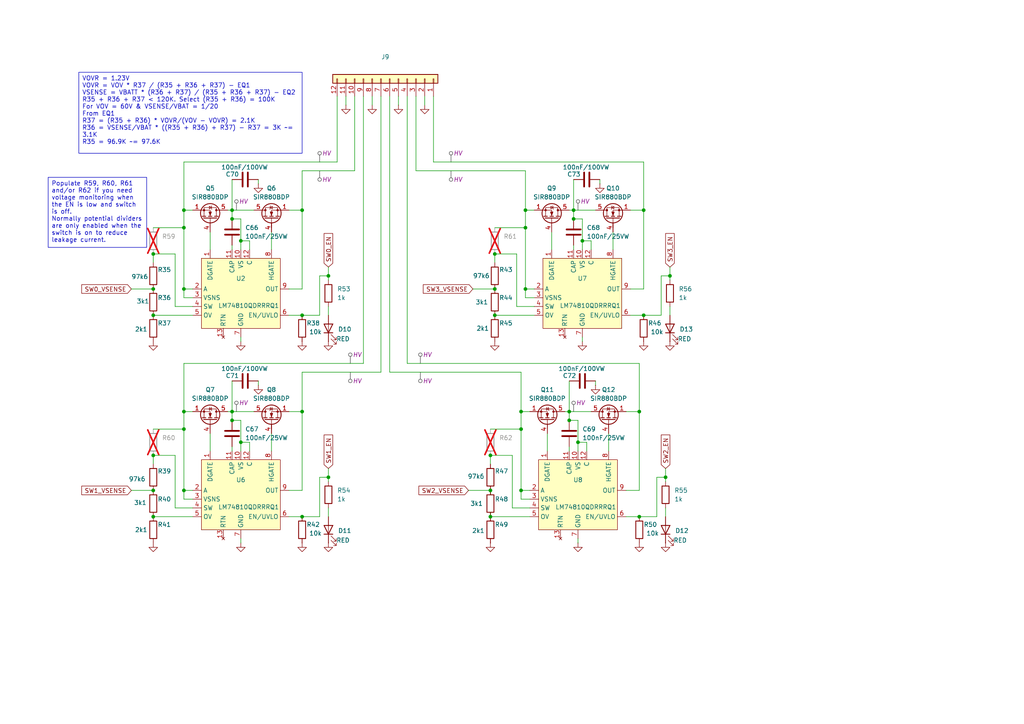
<source format=kicad_sch>
(kicad_sch (version 20231120) (generator "eeschema") (generator_version "8.0")
  (paper "A4")
  (title_block (date "2025-11-07") (rev "1.0") (company "Open Source Solutions Pty Ltd"))
  (lib_symbols
    (symbol "BidirectionalSupply:LM74810QDRRRQ1"
      (property "Reference" "U" (at -2.54 1.27 0))
      (property "Value" "LM74810QDRRRQ1" (at 8.89 -11.43 0))
      (symbol "LM74810QDRRRQ1_0_1"
        (rectangle (start -11.43 10.16) (end 11.43 -10.16) (fill (type background)))
      )
      (symbol "LM74810QDRRRQ1_1_1"
        (pin passive line (at -8.89 12.7 270) (length 2.54) (name "DGATE") (number "1"))
        (pin passive line (at 0 12.7 270) (length 2.54) (name "VS") (number "10"))
        (pin passive line (at -2.54 12.7 270) (length 2.54) (name "CAP") (number "11"))
        (pin passive line (at 2.54 12.7 270) (length 2.54) (name "C") (number "12"))
        (pin no_connect line (at -5.08 -12.7 90) (length 2.54) (name "RTN") (number "13"))
        (pin passive line (at -13.97 1.27 0) (length 2.54) (name "A") (number "2"))
        (pin passive line (at -13.97 -1.27 0) (length 2.54) (name "VSNS") (number "3"))
        (pin passive line (at -13.97 -3.81 0) (length 2.54) (name "SW") (number "4"))
        (pin passive line (at -13.97 -6.35 0) (length 2.54) (name "OV") (number "5"))
        (pin input line (at 13.97 -6.35 180) (length 2.54) (name "EN/UVLO") (number "6"))
        (pin power_in line (at 0 -12.7 90) (length 2.54) (name "GND") (number "7"))
        (pin passive line (at 8.89 12.7 270) (length 2.54) (name "HGATE") (number "8"))
        (pin passive line (at 13.97 1.27 180) (length 2.54) (name "OUT") (number "9"))
      )
    )
    (symbol "BidirectionalSupply:SIR880BDP"
      (property "Reference" "Q" (at 1.27 3.81 0))
      (property "Value" "SIR880BDP" (at 6.35 -3.81 0))
      (symbol "SIR880BDP_0_1"
        (circle (center -0.889 0) (radius 2.794) (stroke (width 0.254)))
        (circle (center 0 -1.778) (radius 0.254) (fill (type outline)))
        (polyline (pts (xy -2.286 0) (xy -5.08 0)))
        (polyline (pts (xy -2.286 1.905) (xy -2.286 -1.905)) (stroke (width 0.254)))
        (polyline (pts (xy -1.778 -1.27) (xy -1.778 -2.286)) (stroke (width 0.254)))
        (polyline (pts (xy -1.778 0.508) (xy -1.778 -0.508)) (stroke (width 0.254)))
        (polyline (pts (xy -1.778 2.286) (xy -1.778 1.27)) (stroke (width 0.254)))
        (polyline (pts (xy 0 2.54) (xy 0 1.778)))
        (polyline (pts (xy 0 -2.54) (xy 0 0) (xy -1.778 0)))
        (polyline (pts (xy -1.778 -1.778) (xy 0.762 -1.778) (xy 0.762 1.778) (xy -1.778 1.778)))
        (polyline (pts (xy -1.524 0) (xy -0.508 0.381) (xy -0.508 -0.381) (xy -1.524 0)) (fill (type outline)))
        (polyline (pts (xy 0.254 0.508) (xy 0.381 0.381) (xy 1.143 0.381) (xy 1.27 0.254)))
        (polyline (pts (xy 0.762 0.381) (xy 0.381 -0.254) (xy 1.143 -0.254) (xy 0.762 0.381)))
        (circle (center 0 1.778) (radius 0.254) (fill (type outline)))
      )
      (symbol "SIR880BDP_1_1"
        (pin passive line (at 0 -5.08 90) (length 2.54) (name "S") (number "1"))
        (pin passive line (at 0 -5.08 90) (length 2.54) hide (name "S") (number "2"))
        (pin passive line (at 0 -5.08 90) (length 2.54) hide (name "S") (number "3"))
        (pin passive line (at -6.35 0 0) (length 2.54) (name "G") (number "4"))
        (pin passive line (at 0 5.08 270) (length 2.54) (name "D") (number "5"))
        (pin passive line (at 0 5.08 270) (length 2.54) hide (name "D") (number "6"))
        (pin passive line (at 0 5.08 270) (length 2.54) hide (name "D") (number "7"))
        (pin passive line (at 0 5.08 270) (length 2.54) hide (name "D") (number "8"))
        (pin passive line (at 0 5.08 270) (length 2.54) hide (name "EP") (number "9"))
      )
    )
    (symbol "Connector_Generic:Conn_01x12" (pin_names (offset 1.016) hide)
      (property "Reference" "J" (at 0 15.24 0))
      (property "Value" "Conn_01x12" (at 0 -17.78 0))
      (symbol "Conn_01x12_1_1"
        (rectangle (start -1.27 -15.113) (end 0 -15.367) (stroke (width 0.1524)))
        (rectangle (start -1.27 -12.573) (end 0 -12.827) (stroke (width 0.1524)))
        (rectangle (start -1.27 -10.033) (end 0 -10.287) (stroke (width 0.1524)))
        (rectangle (start -1.27 -7.493) (end 0 -7.747) (stroke (width 0.1524)))
        (rectangle (start -1.27 -4.953) (end 0 -5.207) (stroke (width 0.1524)))
        (rectangle (start -1.27 -2.413) (end 0 -2.667) (stroke (width 0.1524)))
        (rectangle (start -1.27 0.127) (end 0 -0.127) (stroke (width 0.1524)))
        (rectangle (start -1.27 2.667) (end 0 2.413) (stroke (width 0.1524)))
        (rectangle (start -1.27 5.207) (end 0 4.953) (stroke (width 0.1524)))
        (rectangle (start -1.27 7.747) (end 0 7.493) (stroke (width 0.1524)))
        (rectangle (start -1.27 10.287) (end 0 10.033) (stroke (width 0.1524)))
        (rectangle (start -1.27 12.827) (end 0 12.573) (stroke (width 0.1524)))
        (rectangle (start -1.27 13.97) (end 1.27 -16.51) (stroke (width 0.254)) (fill (type background)))
        (pin passive line (at -5.08 12.7 0) (length 3.81) (name "Pin_1") (number "1"))
        (pin passive line (at -5.08 -10.16 0) (length 3.81) (name "Pin_10") (number "10"))
        (pin passive line (at -5.08 -12.7 0) (length 3.81) (name "Pin_11") (number "11"))
        (pin passive line (at -5.08 -15.24 0) (length 3.81) (name "Pin_12") (number "12"))
        (pin passive line (at -5.08 10.16 0) (length 3.81) (name "Pin_2") (number "2"))
        (pin passive line (at -5.08 7.62 0) (length 3.81) (name "Pin_3") (number "3"))
        (pin passive line (at -5.08 5.08 0) (length 3.81) (name "Pin_4") (number "4"))
        (pin passive line (at -5.08 2.54 0) (length 3.81) (name "Pin_5") (number "5"))
        (pin passive line (at -5.08 0 0) (length 3.81) (name "Pin_6") (number "6"))
        (pin passive line (at -5.08 -2.54 0) (length 3.81) (name "Pin_7") (number "7"))
        (pin passive line (at -5.08 -5.08 0) (length 3.81) (name "Pin_8") (number "8"))
        (pin passive line (at -5.08 -7.62 0) (length 3.81) (name "Pin_9") (number "9"))
      )
    )
    (symbol "Device:C" (pin_numbers hide) (pin_names (offset 0.254))
      (property "Reference" "C" (at 0.635 2.54 0))
      (property "Value" "C" (at 0.635 -2.54 0))
      (symbol "C_0_1"
        (polyline (pts (xy -2.032 -0.762) (xy 2.032 -0.762)) (stroke (width 0.508)))
        (polyline (pts (xy -2.032 0.762) (xy 2.032 0.762)) (stroke (width 0.508)))
      )
      (symbol "C_1_1"
        (pin passive line (at 0 3.81 270) (length 2.794) (name "~") (number "1"))
        (pin passive line (at 0 -3.81 90) (length 2.794) (name "~") (number "2"))
      )
    )
    (symbol "Device:LED" (pin_numbers hide) (pin_names (offset 1.016) hide)
      (property "Reference" "D" (at 0 2.54 0))
      (property "Value" "LED" (at 0 -2.54 0))
      (symbol "LED_0_1"
        (polyline (pts (xy -1.27 -1.27) (xy -1.27 1.27)) (stroke (width 0.254)))
        (polyline (pts (xy -1.27 0) (xy 1.27 0)))
        (polyline (pts (xy 1.27 -1.27) (xy 1.27 1.27) (xy -1.27 0) (xy 1.27 -1.27)) (stroke (width 0.254)))
        (polyline (pts (xy -3.048 -0.762) (xy -4.572 -2.286) (xy -3.81 -2.286) (xy -4.572 -2.286) (xy -4.572 -1.524)))
        (polyline (pts (xy -1.778 -0.762) (xy -3.302 -2.286) (xy -2.54 -2.286) (xy -3.302 -2.286) (xy -3.302 -1.524)))
      )
      (symbol "LED_1_1"
        (pin passive line (at -3.81 0 0) (length 2.54) (name "K") (number "1"))
        (pin passive line (at 3.81 0 180) (length 2.54) (name "A") (number "2"))
      )
    )
    (symbol "Device:R" (pin_numbers hide) (pin_names (offset 0))
      (property "Reference" "R" (at 2.032 0 90))
      (property "Value" "R" (at 0 0 90))
      (symbol "R_0_1"
        (rectangle (start -1.016 -2.54) (end 1.016 2.54) (stroke (width 0.254)))
      )
      (symbol "R_1_1"
        (pin passive line (at 0 3.81 270) (length 1.27) (name "~") (number "1"))
        (pin passive line (at 0 -3.81 90) (length 1.27) (name "~") (number "2"))
      )
    )
    (symbol "power:GND" (power) (pin_numbers hide) (pin_names (offset 0) hide)
      (property "Value" "GND" (at 0 -3.81 0))
      (symbol "GND_0_1"
        (polyline (pts (xy 0 0) (xy 0 -1.27) (xy 1.27 -1.27) (xy 0 -2.54) (xy -1.27 -1.27) (xy 0 -1.27)))
      )
      (symbol "GND_1_1"
        (pin power_in line (at 0 0 270) (length 0) (name "~") (number "1"))
      )
    )
  )
  (junction (at 67.31 63.5))
  (junction (at 53.34 119.38))
  (junction (at 44.45 149.86))
  (junction (at 44.45 73.66))
  (junction (at 44.45 142.24))
  (junction (at 67.31 60.96))
  (junction (at 185.42 149.86))
  (junction (at 67.31 119.38))
  (junction (at 53.34 124.46))
  (junction (at 142.24 149.86))
  (junction (at 95.25 80.01))
  (junction (at 167.64 128.27))
  (junction (at 69.85 128.27))
  (junction (at 151.13 142.24))
  (junction (at 95.25 138.43))
  (junction (at 186.69 60.96))
  (junction (at 194.31 80.01))
  (junction (at 87.63 119.38))
  (junction (at 87.63 91.44))
  (junction (at 143.51 83.82))
  (junction (at 152.4 60.96))
  (junction (at 151.13 124.46))
  (junction (at 67.31 121.92))
  (junction (at 165.1 119.38))
  (junction (at 44.45 91.44))
  (junction (at 53.34 60.96))
  (junction (at 53.34 142.24))
  (junction (at 165.1 121.92))
  (junction (at 152.4 83.82))
  (junction (at 186.69 91.44))
  (junction (at 185.42 119.38))
  (junction (at 143.51 91.44))
  (junction (at 152.4 66.04))
  (junction (at 193.04 138.43))
  (junction (at 87.63 149.86))
  (junction (at 87.63 60.96))
  (junction (at 44.45 83.82))
  (junction (at 44.45 132.08))
  (junction (at 53.34 66.04))
  (junction (at 151.13 119.38))
  (junction (at 168.91 69.85))
  (junction (at 142.24 132.08))
  (junction (at 143.51 73.66))
  (junction (at 53.34 83.82))
  (junction (at 69.85 69.85))
  (junction (at 142.24 142.24))
  (junction (at 166.37 63.5))
  (junction (at 166.37 60.96))
  (wire (pts (xy 44.45 73.66) (xy 44.45 76.2)))
  (wire (pts (xy 171.45 69.85) (xy 168.91 69.85)))
  (wire (pts (xy 194.31 88.9) (xy 194.31 91.44)))
  (wire (pts (xy 166.37 60.96) (xy 166.37 63.5)))
  (wire (pts (xy 107.95 27.94) (xy 107.95 30.48)))
  (wire (pts (xy 92.71 149.86) (xy 92.71 138.43)))
  (wire (pts (xy 113.03 27.94) (xy 113.03 107.95)))
  (wire (pts (xy 60.96 125.73) (xy 60.96 130.81)))
  (wire (pts (xy 151.13 119.38) (xy 151.13 124.46)))
  (wire (pts (xy 173.99 52.07) (xy 173.99 53.34)))
  (wire (pts (xy 55.88 86.36) (xy 53.34 86.36)))
  (wire (pts (xy 53.34 83.82) (xy 53.34 86.36)))
  (wire (pts (xy 151.13 107.95) (xy 151.13 119.38)))
  (wire (pts (xy 166.37 63.5) (xy 168.91 63.5)))
  (wire (pts (xy 118.11 27.94) (xy 118.11 105.41)))
  (wire (pts (xy 143.51 66.04) (xy 152.4 66.04)))
  (wire (pts (xy 120.65 49.53) (xy 152.4 49.53)))
  (wire (pts (xy 185.42 142.24) (xy 185.42 119.38)))
  (wire (pts (xy 148.59 132.08) (xy 142.24 132.08)))
  (wire (pts (xy 185.42 149.86) (xy 190.5 149.86)))
  (wire (pts (xy 151.13 142.24) (xy 151.13 144.78)))
  (wire (pts (xy 53.34 60.96) (xy 53.34 66.04)))
  (wire (pts (xy 66.04 60.96) (xy 67.31 60.96)))
  (wire (pts (xy 78.74 125.73) (xy 78.74 130.81)))
  (wire (pts (xy 168.91 69.85) (xy 168.91 72.39)))
  (wire (pts (xy 167.64 156.21) (xy 167.64 157.48)))
  (wire (pts (xy 166.37 60.96) (xy 172.72 60.96)))
  (wire (pts (xy 182.88 91.44) (xy 186.69 91.44)))
  (wire (pts (xy 123.19 27.94) (xy 123.19 30.48)))
  (wire (pts (xy 69.85 128.27) (xy 69.85 130.81)))
  (wire (pts (xy 69.85 69.85) (xy 69.85 72.39)))
  (wire (pts (xy 185.42 105.41) (xy 185.42 119.38)))
  (wire (pts (xy 44.45 124.46) (xy 53.34 124.46)))
  (wire (pts (xy 191.77 91.44) (xy 191.77 80.01)))
  (wire (pts (xy 72.39 69.85) (xy 69.85 69.85)))
  (wire (pts (xy 193.04 138.43) (xy 193.04 139.7)))
  (wire (pts (xy 153.67 147.32) (xy 148.59 147.32)))
  (wire (pts (xy 53.34 142.24) (xy 55.88 142.24)))
  (wire (pts (xy 143.51 73.66) (xy 143.51 76.2)))
  (wire (pts (xy 74.93 110.49) (xy 74.93 111.76)))
  (wire (pts (xy 53.34 66.04) (xy 53.34 83.82)))
  (wire (pts (xy 110.49 27.94) (xy 110.49 107.95)))
  (wire (pts (xy 194.31 80.01) (xy 194.31 81.28)))
  (wire (pts (xy 113.03 107.95) (xy 151.13 107.95)))
  (wire (pts (xy 87.63 149.86) (xy 92.71 149.86)))
  (wire (pts (xy 170.18 128.27) (xy 167.64 128.27)))
  (wire (pts (xy 149.86 88.9) (xy 149.86 73.66)))
  (wire (pts (xy 143.51 90.17) (xy 143.51 91.44)))
  (wire (pts (xy 67.31 119.38) (xy 67.31 121.92)))
  (wire (pts (xy 87.63 107.95) (xy 110.49 107.95)))
  (wire (pts (xy 95.25 138.43) (xy 95.25 139.7)))
  (wire (pts (xy 97.79 27.94) (xy 97.79 46.99)))
  (wire (pts (xy 176.53 125.73) (xy 176.53 130.81)))
  (wire (pts (xy 181.61 119.38) (xy 185.42 119.38)))
  (wire (pts (xy 154.94 88.9) (xy 149.86 88.9)))
  (wire (pts (xy 69.85 128.27) (xy 69.85 121.92)))
  (wire (pts (xy 53.34 105.41) (xy 53.34 119.38)))
  (wire (pts (xy 95.25 88.9) (xy 95.25 91.44)))
  (wire (pts (xy 193.04 147.32) (xy 193.04 149.86)))
  (wire (pts (xy 53.34 119.38) (xy 55.88 119.38)))
  (wire (pts (xy 72.39 72.39) (xy 72.39 69.85)))
  (wire (pts (xy 53.34 142.24) (xy 53.34 144.78)))
  (wire (pts (xy 151.13 142.24) (xy 153.67 142.24)))
  (wire (pts (xy 125.73 46.99) (xy 125.73 27.94)))
  (wire (pts (xy 181.61 149.86) (xy 185.42 149.86)))
  (wire (pts (xy 95.25 80.01) (xy 95.25 81.28)))
  (wire (pts (xy 181.61 142.24) (xy 185.42 142.24)))
  (wire (pts (xy 44.45 90.17) (xy 44.45 91.44)))
  (wire (pts (xy 186.69 91.44) (xy 191.77 91.44)))
  (wire (pts (xy 100.33 27.94) (xy 100.33 30.48)))
  (wire (pts (xy 152.4 49.53) (xy 152.4 60.96)))
  (wire (pts (xy 92.71 138.43) (xy 95.25 138.43)))
  (wire (pts (xy 172.72 110.49) (xy 172.72 111.76)))
  (wire (pts (xy 74.93 52.07) (xy 74.93 53.34)))
  (wire (pts (xy 186.69 46.99) (xy 125.73 46.99)))
  (wire (pts (xy 69.85 69.85) (xy 69.85 63.5)))
  (wire (pts (xy 165.1 119.38) (xy 165.1 121.92)))
  (wire (pts (xy 182.88 83.82) (xy 186.69 83.82)))
  (wire (pts (xy 44.45 66.04) (xy 53.34 66.04)))
  (wire (pts (xy 44.45 85.09) (xy 44.45 83.82)))
  (wire (pts (xy 166.37 52.07) (xy 166.37 60.96)))
  (wire (pts (xy 186.69 46.99) (xy 186.69 60.96)))
  (wire (pts (xy 83.82 83.82) (xy 87.63 83.82)))
  (wire (pts (xy 105.41 27.94) (xy 105.41 105.41)))
  (wire (pts (xy 186.69 83.82) (xy 186.69 60.96)))
  (wire (pts (xy 67.31 52.07) (xy 67.31 60.96)))
  (wire (pts (xy 87.63 142.24) (xy 87.63 119.38)))
  (wire (pts (xy 153.67 144.78) (xy 151.13 144.78)))
  (wire (pts (xy 171.45 72.39) (xy 171.45 69.85)))
  (wire (pts (xy 194.31 77.47) (xy 194.31 80.01)))
  (wire (pts (xy 67.31 63.5) (xy 69.85 63.5)))
  (wire (pts (xy 120.65 27.94) (xy 120.65 49.53)))
  (wire (pts (xy 152.4 60.96) (xy 152.4 66.04)))
  (wire (pts (xy 168.91 97.79) (xy 168.91 99.06)))
  (wire (pts (xy 67.31 60.96) (xy 67.31 63.5)))
  (wire (pts (xy 67.31 60.96) (xy 73.66 60.96)))
  (wire (pts (xy 165.1 60.96) (xy 166.37 60.96)))
  (wire (pts (xy 151.13 124.46) (xy 151.13 142.24)))
  (wire (pts (xy 83.82 142.24) (xy 87.63 142.24)))
  (wire (pts (xy 83.82 91.44) (xy 87.63 91.44)))
  (wire (pts (xy 53.34 124.46) (xy 53.34 142.24)))
  (wire (pts (xy 166.37 71.12) (xy 166.37 72.39)))
  (wire (pts (xy 149.86 73.66) (xy 143.51 73.66)))
  (wire (pts (xy 142.24 124.46) (xy 151.13 124.46)))
  (wire (pts (xy 152.4 66.04) (xy 152.4 83.82)))
  (wire (pts (xy 44.45 143.51) (xy 44.45 142.24)))
  (wire (pts (xy 167.64 128.27) (xy 167.64 121.92)))
  (wire (pts (xy 190.5 149.86) (xy 190.5 138.43)))
  (wire (pts (xy 50.8 132.08) (xy 44.45 132.08)))
  (wire (pts (xy 60.96 67.31) (xy 60.96 72.39)))
  (wire (pts (xy 151.13 119.38) (xy 153.67 119.38)))
  (wire (pts (xy 67.31 129.54) (xy 67.31 130.81)))
  (wire (pts (xy 148.59 147.32) (xy 148.59 132.08)))
  (wire (pts (xy 72.39 128.27) (xy 69.85 128.27)))
  (wire (pts (xy 44.45 149.86) (xy 55.88 149.86)))
  (wire (pts (xy 191.77 80.01) (xy 194.31 80.01)))
  (wire (pts (xy 142.24 132.08) (xy 142.24 134.62)))
  (wire (pts (xy 177.8 67.31) (xy 177.8 72.39)))
  (wire (pts (xy 142.24 143.51) (xy 142.24 142.24)))
  (wire (pts (xy 135.89 142.24) (xy 142.24 142.24)))
  (wire (pts (xy 55.88 88.9) (xy 50.8 88.9)))
  (wire (pts (xy 182.88 60.96) (xy 186.69 60.96)))
  (wire (pts (xy 44.45 148.59) (xy 44.45 149.86)))
  (wire (pts (xy 67.31 71.12) (xy 67.31 72.39)))
  (wire (pts (xy 53.34 119.38) (xy 53.34 124.46)))
  (wire (pts (xy 50.8 88.9) (xy 50.8 73.66)))
  (wire (pts (xy 115.57 27.94) (xy 115.57 30.48)))
  (wire (pts (xy 158.75 125.73) (xy 158.75 130.81)))
  (wire (pts (xy 92.71 80.01) (xy 95.25 80.01)))
  (wire (pts (xy 154.94 86.36) (xy 152.4 86.36)))
  (wire (pts (xy 53.34 46.99) (xy 97.79 46.99)))
  (wire (pts (xy 165.1 121.92) (xy 167.64 121.92)))
  (wire (pts (xy 69.85 156.21) (xy 69.85 157.48)))
  (wire (pts (xy 55.88 147.32) (xy 50.8 147.32)))
  (wire (pts (xy 67.31 121.92) (xy 69.85 121.92)))
  (wire (pts (xy 143.51 91.44) (xy 154.94 91.44)))
  (wire (pts (xy 67.31 110.49) (xy 67.31 119.38)))
  (wire (pts (xy 50.8 73.66) (xy 44.45 73.66)))
  (wire (pts (xy 152.4 83.82) (xy 152.4 86.36)))
  (wire (pts (xy 165.1 129.54) (xy 165.1 130.81)))
  (wire (pts (xy 83.82 119.38) (xy 87.63 119.38)))
  (wire (pts (xy 190.5 138.43) (xy 193.04 138.43)))
  (wire (pts (xy 193.04 135.89) (xy 193.04 138.43)))
  (wire (pts (xy 142.24 148.59) (xy 142.24 149.86)))
  (wire (pts (xy 87.63 107.95) (xy 87.63 119.38)))
  (wire (pts (xy 83.82 149.86) (xy 87.63 149.86)))
  (wire (pts (xy 44.45 91.44) (xy 55.88 91.44)))
  (wire (pts (xy 95.25 77.47) (xy 95.25 80.01)))
  (wire (pts (xy 53.34 60.96) (xy 55.88 60.96)))
  (wire (pts (xy 38.1 142.24) (xy 44.45 142.24)))
  (wire (pts (xy 170.18 130.81) (xy 170.18 128.27)))
  (wire (pts (xy 50.8 147.32) (xy 50.8 132.08)))
  (wire (pts (xy 67.31 119.38) (xy 73.66 119.38)))
  (wire (pts (xy 160.02 67.31) (xy 160.02 72.39)))
  (wire (pts (xy 142.24 149.86) (xy 153.67 149.86)))
  (wire (pts (xy 87.63 49.53) (xy 87.63 60.96)))
  (wire (pts (xy 152.4 60.96) (xy 154.94 60.96)))
  (wire (pts (xy 167.64 128.27) (xy 167.64 130.81)))
  (wire (pts (xy 102.87 27.94) (xy 102.87 49.53)))
  (wire (pts (xy 95.25 135.89) (xy 95.25 138.43)))
  (wire (pts (xy 53.34 105.41) (xy 105.41 105.41)))
  (wire (pts (xy 165.1 119.38) (xy 171.45 119.38)))
  (wire (pts (xy 137.16 83.82) (xy 143.51 83.82)))
  (wire (pts (xy 44.45 132.08) (xy 44.45 134.62)))
  (wire (pts (xy 118.11 105.41) (xy 185.42 105.41)))
  (wire (pts (xy 66.04 119.38) (xy 67.31 119.38)))
  (wire (pts (xy 38.1 83.82) (xy 44.45 83.82)))
  (wire (pts (xy 163.83 119.38) (xy 165.1 119.38)))
  (wire (pts (xy 53.34 46.99) (xy 53.34 60.96)))
  (wire (pts (xy 143.51 85.09) (xy 143.51 83.82)))
  (wire (pts (xy 83.82 60.96) (xy 87.63 60.96)))
  (wire (pts (xy 152.4 83.82) (xy 154.94 83.82)))
  (wire (pts (xy 95.25 147.32) (xy 95.25 149.86)))
  (wire (pts (xy 168.91 69.85) (xy 168.91 63.5)))
  (wire (pts (xy 87.63 49.53) (xy 102.87 49.53)))
  (wire (pts (xy 87.63 83.82) (xy 87.63 60.96)))
  (wire (pts (xy 92.71 91.44) (xy 92.71 80.01)))
  (wire (pts (xy 87.63 91.44) (xy 92.71 91.44)))
  (wire (pts (xy 78.74 67.31) (xy 78.74 72.39)))
  (wire (pts (xy 55.88 144.78) (xy 53.34 144.78)))
  (wire (pts (xy 53.34 83.82) (xy 55.88 83.82)))
  (wire (pts (xy 165.1 110.49) (xy 165.1 119.38)))
  (wire (pts (xy 69.85 97.79) (xy 69.85 99.06)))
  (wire (pts (xy 72.39 130.81) (xy 72.39 128.27)))
  (text_box "VOVR = 1.23V\nVOVR = VOV * R37 / (R35 + R36 + R37) - EQ1\nVSENSE = VBATT * (R36 + R37) / (R35 + R36 + R37) - EQ2\nR35 + R36 + R37 < 120K. Select (R35 + R36) = 100K\nFor VOV = 60V & VSENSE/VBAT = 1/20\nFrom EQ1 \nR37 = (R35 + R36) * VOVR/(VOV - VOVR) = 2.1K\nR36 = VSENSE/VBAT * ((R35 + R36) + R37) - R37 = 3K ~= 3.1K\nR35 = 96.9K ~= 97.6K" (at 22.86 20.955 0) (size 64.77 23.495) (effects (font (size 1.27 1.27)) (justify left top)))
  (text_box "Populate R59, R60, R61 and/or R62 if you need voltage monitoring when the EN is low and switch is off.\nNormally potential dividers are only enabled when the switch is on to reduce leakage current." (at 13.97 51.435 0) (size 28.575 20.32) (effects (font (size 1.27 1.27)) (justify left top)))
  (global_label "SW3_VSENSE" (shape input) (at 137.16 83.82 180) (property "Intersheetrefs" "${INTERSHEET_REFS}" (effects (hide yes))))
  (global_label "SW0_EN" (shape input) (at 95.25 77.47 90) (property "Intersheetrefs" "${INTERSHEET_REFS}" (effects (hide yes))))
  (global_label "SW1_EN" (shape input) (at 95.25 135.89 90) (property "Intersheetrefs" "${INTERSHEET_REFS}" (effects (hide yes))))
  (global_label "SW2_VSENSE" (shape input) (at 135.89 142.24 180) (property "Intersheetrefs" "${INTERSHEET_REFS}" (effects (hide yes))))
  (global_label "SW3_EN" (shape input) (at 194.31 77.47 90) (property "Intersheetrefs" "${INTERSHEET_REFS}" (effects (hide yes))))
  (global_label "SW1_VSENSE" (shape input) (at 38.1 142.24 180) (property "Intersheetrefs" "${INTERSHEET_REFS}" (effects (hide yes))))
  (global_label "SW0_VSENSE" (shape input) (at 38.1 83.82 180) (property "Intersheetrefs" "${INTERSHEET_REFS}" (effects (hide yes))))
  (global_label "SW2_EN" (shape input) (at 193.04 135.89 90) (property "Intersheetrefs" "${INTERSHEET_REFS}" (effects (hide yes))))
  (netclass_flag "" (length 2.54) (shape round) (at 130.81 46.99 0) (property "Netclass" "HV" (at 131.5085 44.45 0) (effects (font (italic yes)) (justify left))))
  (netclass_flag "" (length 2.54) (shape round) (at 101.6 107.95 180) (property "Netclass" "HV" (at 102.2985 110.49 0) (effects (font (italic yes)) (justify left))))
  (netclass_flag "" (length 2.54) (shape round) (at 68.58 119.38 0) (property "Netclass" "HV" (at 69.2785 116.84 0) (effects (font (italic yes)) (justify left))))
  (netclass_flag "" (length 2.54) (shape round) (at 121.92 105.41 0) (property "Netclass" "HV" (at 122.6185 102.87 0) (effects (font (italic yes)) (justify left))))
  (netclass_flag "" (length 2.54) (shape round) (at 68.58 60.96 0) (property "Netclass" "HV" (at 69.2785 58.42 0) (effects (font (italic yes)) (justify left))))
  (netclass_flag "" (length 2.54) (shape round) (at 130.81 49.53 180) (property "Netclass" "HV" (at 131.5085 52.07 0) (effects (font (italic yes)) (justify left))))
  (netclass_flag "" (length 2.54) (shape round) (at 101.6 105.41 0) (property "Netclass" "HV" (at 102.2985 102.87 0) (effects (font (italic yes)) (justify left))))
  (netclass_flag "" (length 2.54) (shape round) (at 92.71 49.53 180) (property "Netclass" "HV" (at 93.4085 52.07 0) (effects (font (italic yes)) (justify left))))
  (netclass_flag "" (length 2.54) (shape round) (at 167.64 60.96 0) (property "Netclass" "HV" (at 168.3385 58.42 0) (effects (font (italic yes)) (justify left))))
  (netclass_flag "" (length 2.54) (shape round) (at 92.71 46.99 0) (property "Netclass" "HV" (at 93.4085 44.45 0) (effects (font (italic yes)) (justify left))))
  (netclass_flag "" (length 2.54) (shape round) (at 121.92 107.95 180) (property "Netclass" "HV" (at 122.6185 110.49 0) (effects (font (italic yes)) (justify left))))
  (netclass_flag "" (length 2.54) (shape round) (at 166.37 119.38 0) (property "Netclass" "HV" (at 167.0685 116.84 0) (effects (font (italic yes)) (justify left))))
  (symbol (lib_id "power:GND") (at 193.04 157.48 0) (unit 1)
    (property "Reference" "#PWR0108" (effects (hide yes)))
    (property "Value" "GND" (effects (hide yes)))
    (property "Description" "Power symbol creates a global label with name \"GND\" , ground" (effects (hide yes)))
  )
  (symbol (lib_id "Device:R") (at 44.45 128.27 0) (unit 1) (dnp yes)
    (property "Reference" "R60" (at 46.99 126.9999 0) (effects (justify left)))
    (property "Value" "0R" (effects (hide yes)))
    (property "Footprint" "Resistor_SMD:R_0603_1608Metric" (effects (hide yes)))
    (property "Description" "Resistor" (effects (hide yes)))
  )
  (symbol (lib_id "power:GND") (at 44.45 157.48 0) (unit 1)
    (property "Reference" "#PWR093" (effects (hide yes)))
    (property "Value" "GND" (effects (hide yes)))
    (property "Description" "Power symbol creates a global label with name \"GND\" , ground" (effects (hide yes)))
  )
  (symbol (lib_id "Device:R") (at 87.63 153.67 0) (unit 1)
    (property "Reference" "R42" (at 88.9 152.146 0) (effects (justify left)))
    (property "Value" "10k" (at 89.662 154.686 0) (effects (justify left)))
    (property "Footprint" "Resistor_SMD:R_0603_1608Metric" (effects (hide yes)))
    (property "Description" "Resistor" (effects (hide yes)))
    (property "JLCPCB" "C25804" (effects (hide yes)))
    (property "LCSC Part" "C25804" (effects (hide yes)))
  )
  (symbol (lib_id "power:GND") (at 69.85 157.48 0) (unit 1)
    (property "Reference" "#PWR094" (effects (hide yes)))
    (property "Value" "GND" (effects (hide yes)))
    (property "Description" "Power symbol creates a global label with name \"GND\" , ground" (effects (hide yes)))
  )
  (symbol (lib_id "power:GND") (at 167.64 157.48 0) (unit 1)
    (property "Reference" "#PWR0100" (effects (hide yes)))
    (property "Value" "GND" (effects (hide yes)))
    (property "Description" "Power symbol creates a global label with name \"GND\" , ground" (effects (hide yes)))
  )
  (symbol (lib_id "Device:R") (at 95.25 143.51 0) (unit 1)
    (property "Reference" "R54" (at 97.79 142.2399 0) (effects (justify left)))
    (property "Value" "1k" (at 97.79 144.7799 0) (effects (justify left)))
    (property "Footprint" "Resistor_SMD:R_0603_1608Metric" (effects (hide yes)))
    (property "Description" "Resistor" (effects (hide yes)))
    (property "JLCPCB" "C21190" (effects (hide yes)))
    (property "LCSC Part" "C21190" (effects (hide yes)))
  )
  (symbol (lib_id "BidirectionalSupply:SIR880BDP") (at 78.74 119.38 90) (unit 1)
    (property "Reference" "Q8" (at 78.74 113.03 90))
    (property "Value" "SIR880BDP" (at 78.74 115.57 90))
    (property "Footprint" "BidirectionalSupply:POWERPAK-SO-8_L6.2-W5.2-P1.27-BL-EP" (effects (hide yes)))
    (property "LCSC Part" "C5900133" (effects (hide yes)))
    (property "JLCPCB" "C5900133" (effects (hide yes)))
  )
  (symbol (lib_id "power:GND") (at 194.31 99.06 0) (unit 1)
    (property "Reference" "#PWR0109" (effects (hide yes)))
    (property "Value" "GND" (effects (hide yes)))
    (property "Description" "Power symbol creates a global label with name \"GND\" , ground" (effects (hide yes)))
  )
  (symbol (lib_id "Device:R") (at 194.31 85.09 0) (unit 1)
    (property "Reference" "R56" (at 196.85 83.8199 0) (effects (justify left)))
    (property "Value" "1k" (at 196.85 86.3599 0) (effects (justify left)))
    (property "Footprint" "Resistor_SMD:R_0603_1608Metric" (effects (hide yes)))
    (property "Description" "Resistor" (effects (hide yes)))
    (property "JLCPCB" "C21190" (effects (hide yes)))
    (property "LCSC Part" "C21190" (effects (hide yes)))
  )
  (symbol (lib_id "Device:R") (at 142.24 128.27 0) (unit 1) (dnp yes)
    (property "Reference" "R62" (at 144.78 126.9999 0) (effects (justify left)))
    (property "Value" "0R" (effects (hide yes)))
    (property "Footprint" "Resistor_SMD:R_0603_1608Metric" (effects (hide yes)))
    (property "Description" "Resistor" (effects (hide yes)))
  )
  (symbol (lib_id "power:GND") (at 100.33 30.48 0) (unit 1)
    (property "Reference" "#PWR089" (effects (hide yes)))
    (property "Value" "GND" (effects (hide yes)))
    (property "Description" "Power symbol creates a global label with name \"GND\" , ground" (effects (hide yes)))
  )
  (symbol (lib_id "Device:R") (at 143.51 69.85 0) (unit 1) (dnp yes)
    (property "Reference" "R61" (at 146.05 68.5799 0) (effects (justify left)))
    (property "Value" "0R" (effects (hide yes)))
    (property "Footprint" "Resistor_SMD:R_0603_1608Metric" (effects (hide yes)))
    (property "Description" "Resistor" (effects (hide yes)))
  )
  (symbol (lib_id "Device:R") (at 44.45 146.05 0) (unit 1)
    (property "Reference" "R40" (at 45.72 144.78 0) (effects (justify left)))
    (property "Value" "3k1" (at 38.862 145.796 0) (effects (justify left)))
    (property "Footprint" "Resistor_SMD:R_0603_1608Metric" (effects (hide yes)))
    (property "Description" "Resistor" (effects (hide yes)))
    (property "JLCPCB" "C2924132" (effects (hide yes)))
    (property "LCSC Part" "C2924132" (effects (hide yes)))
  )
  (symbol (lib_id "Device:C") (at 67.31 125.73 0) (unit 1)
    (property "Reference" "C67" (at 71.12 124.4599 0) (effects (justify left)))
    (property "Value" "100nF/25VW" (at 71.12 126.9999 0) (effects (justify left)))
    (property "Footprint" "Capacitor_SMD:C_0603_1608Metric" (effects (hide yes)))
    (property "Description" "Unpolarized capacitor" (effects (hide yes)))
    (property "JLCPCB" "C1590" (effects (hide yes)))
    (property "LCSC Part" "C1590" (effects (hide yes)))
  )
  (symbol (lib_id "Device:R") (at 44.45 153.67 0) (unit 1)
    (property "Reference" "R41" (at 45.72 152.146 0) (effects (justify left)))
    (property "Value" "2k1" (at 39.116 153.67 0) (effects (justify left)))
    (property "Footprint" "Resistor_SMD:R_0603_1608Metric" (effects (hide yes)))
    (property "Description" "Resistor" (effects (hide yes)))
    (property "JLCPCB" "C22902" (effects (hide yes)))
    (property "LCSC Part" "C22902" (effects (hide yes)))
  )
  (symbol (lib_id "BidirectionalSupply:LM74810QDRRRQ1") (at 69.85 143.51 0) (unit 1)
    (property "Reference" "U6" (at 69.85 139.192 0))
    (property "Value" "LM74810QDRRRQ1" (at 72.136 147.066 0))
    (property "Footprint" "BidirectionalSupply:WSON-12_L3.0-W3.0-P0.50-TL-EP-2" (effects (hide yes)))
    (property "LCSC Part" "C3215601" (effects (hide yes)))
    (property "JLCPCB" "C3215601" (effects (hide yes)))
  )
  (symbol (lib_id "Device:R") (at 44.45 95.25 0) (unit 1)
    (property "Reference" "R37" (at 45.72 93.726 0) (effects (justify left)))
    (property "Value" "2k1" (at 39.116 95.504 0) (effects (justify left)))
    (property "Footprint" "Resistor_SMD:R_0603_1608Metric" (effects (hide yes)))
    (property "Description" "Resistor" (effects (hide yes)))
    (property "JLCPCB" "C22902" (effects (hide yes)))
    (property "LCSC Part" "C22902" (effects (hide yes)))
  )
  (symbol (lib_id "Device:R") (at 95.25 85.09 0) (unit 1)
    (property "Reference" "R53" (at 97.79 83.8199 0) (effects (justify left)))
    (property "Value" "1k" (at 97.79 86.3599 0) (effects (justify left)))
    (property "Footprint" "Resistor_SMD:R_0603_1608Metric" (effects (hide yes)))
    (property "Description" "Resistor" (effects (hide yes)))
    (property "JLCPCB" "C21190" (effects (hide yes)))
    (property "LCSC Part" "C21190" (effects (hide yes)))
  )
  (symbol (lib_id "Connector_Generic:Conn_01x12") (at 113.03 22.86 270) (mirror x) (unit 1)
    (property "Reference" "J9" (at 111.76 16.51 90))
    (property "Value" "Conn_01x12" (effects (hide yes)))
    (property "Footprint" "Connector_Phoenix_MSTB:PhoenixContact_MSTBVA_2,5_12-G-5,08_1x12_P5.08mm_Vertical" (effects (hide yes)))
    (property "Description" "Generic connector, single row, 01x12, script generated (kicad-library-utils/schlib/autogen/connector/)" (effects (hide yes)))
    (property "Mouser" "651-1755833" (effects (hide yes)))
  )
  (symbol (lib_id "power:GND") (at 115.57 30.48 0) (unit 1)
    (property "Reference" "#PWR091" (effects (hide yes)))
    (property "Value" "GND" (effects (hide yes)))
    (property "Description" "Power symbol creates a global label with name \"GND\" , ground" (effects (hide yes)))
  )
  (symbol (lib_id "Device:R") (at 87.63 95.25 0) (unit 1)
    (property "Reference" "R38" (at 88.9 93.726 0) (effects (justify left)))
    (property "Value" "10k" (at 89.662 96.266 0) (effects (justify left)))
    (property "Footprint" "Resistor_SMD:R_0603_1608Metric" (effects (hide yes)))
    (property "Description" "Resistor" (effects (hide yes)))
    (property "JLCPCB" "C25804" (effects (hide yes)))
    (property "LCSC Part" "C25804" (effects (hide yes)))
  )
  (symbol (lib_id "Device:R") (at 193.04 143.51 0) (unit 1)
    (property "Reference" "R55" (at 195.58 142.2399 0) (effects (justify left)))
    (property "Value" "1k" (at 195.58 144.7799 0) (effects (justify left)))
    (property "Footprint" "Resistor_SMD:R_0603_1608Metric" (effects (hide yes)))
    (property "Description" "Resistor" (effects (hide yes)))
    (property "JLCPCB" "C21190" (effects (hide yes)))
    (property "LCSC Part" "C21190" (effects (hide yes)))
  )
  (symbol (lib_id "Device:R") (at 142.24 138.43 0) (unit 1)
    (property "Reference" "R47" (at 143.51 136.652 0) (effects (justify left)))
    (property "Value" "97k6" (at 135.636 138.176 0) (effects (justify left)))
    (property "Footprint" "Resistor_SMD:R_0603_1608Metric" (effects (hide yes)))
    (property "Description" "Resistor" (effects (hide yes)))
    (property "JLCPCB" "C2907079" (effects (hide yes)))
    (property "LCSC Part" "C2907079" (effects (hide yes)))
  )
  (symbol (lib_id "power:GND") (at 95.25 99.06 0) (unit 1)
    (property "Reference" "#PWR0106" (effects (hide yes)))
    (property "Value" "GND" (effects (hide yes)))
    (property "Description" "Power symbol creates a global label with name \"GND\" , ground" (effects (hide yes)))
  )
  (symbol (lib_id "Device:R") (at 44.45 87.63 0) (unit 1)
    (property "Reference" "R36" (at 45.72 86.36 0) (effects (justify left)))
    (property "Value" "3k1" (at 39.624 87.376 0) (effects (justify left)))
    (property "Footprint" "Resistor_SMD:R_0603_1608Metric" (effects (hide yes)))
    (property "Description" "Resistor" (effects (hide yes)))
    (property "JLCPCB" "C2924132" (effects (hide yes)))
    (property "LCSC Part" "C2924132" (effects (hide yes)))
  )
  (symbol (lib_id "power:GND") (at 168.91 99.06 0) (unit 1)
    (property "Reference" "#PWR097" (effects (hide yes)))
    (property "Value" "GND" (effects (hide yes)))
    (property "Description" "Power symbol creates a global label with name \"GND\" , ground" (effects (hide yes)))
  )
  (symbol (lib_id "power:GND") (at 123.19 30.48 0) (unit 1)
    (property "Reference" "#PWR092" (effects (hide yes)))
    (property "Value" "GND" (effects (hide yes)))
    (property "Description" "Power symbol creates a global label with name \"GND\" , ground" (effects (hide yes)))
  )
  (symbol (lib_id "power:GND") (at 44.45 99.06 0) (unit 1)
    (property "Reference" "#PWR087" (effects (hide yes)))
    (property "Value" "GND" (effects (hide yes)))
    (property "Description" "Power symbol creates a global label with name \"GND\" , ground" (effects (hide yes)))
  )
  (symbol (lib_id "Device:LED") (at 193.04 153.67 90) (unit 1)
    (property "Reference" "D12" (at 195.834 153.924 90) (effects (justify right)))
    (property "Value" "RED" (at 195.326 156.718 90) (effects (justify right)))
    (property "Footprint" "LED_SMD:LED_0603_1608Metric" (effects (hide yes)))
    (property "Description" "Light emitting diode" (effects (hide yes)))
    (property "JLCPCB" "C2286" (effects (hide yes)))
    (property "LCSC Part" "C2286" (effects (hide yes)))
  )
  (symbol (lib_id "Device:C") (at 67.31 67.31 0) (unit 1)
    (property "Reference" "C66" (at 71.12 66.0399 0) (effects (justify left)))
    (property "Value" "100nF/25VW" (at 71.12 68.5799 0) (effects (justify left)))
    (property "Footprint" "Capacitor_SMD:C_0603_1608Metric" (effects (hide yes)))
    (property "Description" "Unpolarized capacitor" (effects (hide yes)))
    (property "JLCPCB" "C1590" (effects (hide yes)))
    (property "LCSC Part" "C1590" (effects (hide yes)))
  )
  (symbol (lib_id "power:GND") (at 74.93 111.76 0) (unit 1)
    (property "Reference" "#PWR0117" (effects (hide yes)))
    (property "Value" "GND" (effects (hide yes)))
    (property "Description" "Power symbol creates a global label with name \"GND\" , ground" (effects (hide yes)))
  )
  (symbol (lib_id "BidirectionalSupply:SIR880BDP") (at 160.02 60.96 270) (mirror x) (unit 1)
    (property "Reference" "Q9" (at 160.02 54.61 90))
    (property "Value" "SIR880BDP" (at 160.02 57.15 90))
    (property "Footprint" "BidirectionalSupply:POWERPAK-SO-8_L6.2-W5.2-P1.27-BL-EP" (effects (hide yes)))
    (property "LCSC Part" "C5900133" (effects (hide yes)))
    (property "JLCPCB" "C5900133" (effects (hide yes)))
  )
  (symbol (lib_id "BidirectionalSupply:LM74810QDRRRQ1") (at 168.91 85.09 0) (unit 1)
    (property "Reference" "U7" (at 168.91 80.772 0))
    (property "Value" "LM74810QDRRRQ1" (at 171.196 88.646 0))
    (property "Footprint" "BidirectionalSupply:WSON-12_L3.0-W3.0-P0.50-TL-EP-2" (effects (hide yes)))
    (property "LCSC Part" "C3215601" (effects (hide yes)))
    (property "JLCPCB" "C3215601" (effects (hide yes)))
  )
  (symbol (lib_id "Device:R") (at 143.51 80.01 0) (unit 1)
    (property "Reference" "R43" (at 144.78 78.232 0) (effects (justify left)))
    (property "Value" "97k6" (at 137.16 80.01 0) (effects (justify left)))
    (property "Footprint" "Resistor_SMD:R_0603_1608Metric" (effects (hide yes)))
    (property "Description" "Resistor" (effects (hide yes)))
    (property "JLCPCB" "C2907079" (effects (hide yes)))
    (property "LCSC Part" "C2907079" (effects (hide yes)))
  )
  (symbol (lib_id "Device:R") (at 185.42 153.67 0) (unit 1)
    (property "Reference" "R50" (at 186.69 152.146 0) (effects (justify left)))
    (property "Value" "10k" (at 187.452 154.686 0) (effects (justify left)))
    (property "Footprint" "Resistor_SMD:R_0603_1608Metric" (effects (hide yes)))
    (property "Description" "Resistor" (effects (hide yes)))
    (property "JLCPCB" "C25804" (effects (hide yes)))
    (property "LCSC Part" "C25804" (effects (hide yes)))
  )
  (symbol (lib_id "power:GND") (at 185.42 157.48 0) (unit 1)
    (property "Reference" "#PWR0101" (effects (hide yes)))
    (property "Value" "GND" (effects (hide yes)))
    (property "Description" "Power symbol creates a global label with name \"GND\" , ground" (effects (hide yes)))
  )
  (symbol (lib_id "Device:C") (at 165.1 125.73 0) (unit 1)
    (property "Reference" "C69" (at 168.91 124.4599 0) (effects (justify left)))
    (property "Value" "100nF/25VW" (at 168.91 126.9999 0) (effects (justify left)))
    (property "Footprint" "Capacitor_SMD:C_0603_1608Metric" (effects (hide yes)))
    (property "Description" "Unpolarized capacitor" (effects (hide yes)))
    (property "JLCPCB" "C1590" (effects (hide yes)))
    (property "LCSC Part" "C1590" (effects (hide yes)))
  )
  (symbol (lib_id "power:GND") (at 69.85 99.06 0) (unit 1)
    (property "Reference" "#PWR086" (effects (hide yes)))
    (property "Value" "GND" (effects (hide yes)))
    (property "Description" "Power symbol creates a global label with name \"GND\" , ground" (effects (hide yes)))
  )
  (symbol (lib_id "power:GND") (at 74.93 53.34 0) (unit 1)
    (property "Reference" "#PWR0116" (effects (hide yes)))
    (property "Value" "GND" (effects (hide yes)))
    (property "Description" "Power symbol creates a global label with name \"GND\" , ground" (effects (hide yes)))
  )
  (symbol (lib_id "BidirectionalSupply:SIR880BDP") (at 60.96 60.96 270) (mirror x) (unit 1)
    (property "Reference" "Q5" (at 60.96 54.61 90))
    (property "Value" "SIR880BDP" (at 60.96 57.15 90))
    (property "Footprint" "BidirectionalSupply:POWERPAK-SO-8_L6.2-W5.2-P1.27-BL-EP" (effects (hide yes)))
    (property "LCSC Part" "C5900133" (effects (hide yes)))
    (property "JLCPCB" "C5900133" (effects (hide yes)))
  )
  (symbol (lib_id "Device:C") (at 166.37 67.31 0) (unit 1)
    (property "Reference" "C68" (at 170.18 66.0399 0) (effects (justify left)))
    (property "Value" "100nF/25VW" (at 170.18 68.5799 0) (effects (justify left)))
    (property "Footprint" "Capacitor_SMD:C_0603_1608Metric" (effects (hide yes)))
    (property "Description" "Unpolarized capacitor" (effects (hide yes)))
    (property "JLCPCB" "C1590" (effects (hide yes)))
    (property "LCSC Part" "C1590" (effects (hide yes)))
  )
  (symbol (lib_id "Device:R") (at 143.51 95.25 0) (unit 1)
    (property "Reference" "R45" (at 144.78 93.726 0) (effects (justify left)))
    (property "Value" "2k1" (at 138.176 95.25 0) (effects (justify left)))
    (property "Footprint" "Resistor_SMD:R_0603_1608Metric" (effects (hide yes)))
    (property "Description" "Resistor" (effects (hide yes)))
    (property "JLCPCB" "C22902" (effects (hide yes)))
    (property "LCSC Part" "C22902" (effects (hide yes)))
  )
  (symbol (lib_id "BidirectionalSupply:LM74810QDRRRQ1") (at 69.85 85.09 0) (unit 1)
    (property "Reference" "U2" (at 69.85 80.772 0))
    (property "Value" "LM74810QDRRRQ1" (at 72.136 88.646 0))
    (property "Footprint" "BidirectionalSupply:WSON-12_L3.0-W3.0-P0.50-TL-EP-2" (effects (hide yes)))
    (property "LCSC Part" "C3215601" (effects (hide yes)))
    (property "JLCPCB" "C3215601" (effects (hide yes)))
  )
  (symbol (lib_id "Device:LED") (at 194.31 95.25 90) (unit 1)
    (property "Reference" "D13" (at 197.104 95.504 90) (effects (justify right)))
    (property "Value" "RED" (at 196.596 98.298 90) (effects (justify right)))
    (property "Footprint" "LED_SMD:LED_0603_1608Metric" (effects (hide yes)))
    (property "Description" "Light emitting diode" (effects (hide yes)))
    (property "JLCPCB" "C2286" (effects (hide yes)))
    (property "LCSC Part" "C2286" (effects (hide yes)))
  )
  (symbol (lib_id "Device:LED") (at 95.25 153.67 90) (unit 1)
    (property "Reference" "D11" (at 98.044 153.924 90) (effects (justify right)))
    (property "Value" "RED" (at 97.536 156.718 90) (effects (justify right)))
    (property "Footprint" "LED_SMD:LED_0603_1608Metric" (effects (hide yes)))
    (property "Description" "Light emitting diode" (effects (hide yes)))
    (property "JLCPCB" "C2286" (effects (hide yes)))
    (property "LCSC Part" "C2286" (effects (hide yes)))
  )
  (symbol (lib_id "Device:R") (at 44.45 80.01 0) (unit 1)
    (property "Reference" "R35" (at 45.72 78.232 0) (effects (justify left)))
    (property "Value" "97k6" (at 38.1 80.264 0) (effects (justify left)))
    (property "Footprint" "Resistor_SMD:R_0603_1608Metric" (effects (hide yes)))
    (property "Description" "Resistor" (effects (hide yes)))
    (property "JLCPCB" "C2907079" (effects (hide yes)))
    (property "LCSC Part" "C2907079" (effects (hide yes)))
  )
  (symbol (lib_id "power:GND") (at 186.69 99.06 0) (unit 1)
    (property "Reference" "#PWR098" (effects (hide yes)))
    (property "Value" "GND" (effects (hide yes)))
    (property "Description" "Power symbol creates a global label with name \"GND\" , ground" (effects (hide yes)))
  )
  (symbol (lib_id "Device:LED") (at 95.25 95.25 90) (unit 1)
    (property "Reference" "D10" (at 98.044 95.504 90) (effects (justify right)))
    (property "Value" "RED" (at 97.536 98.298 90) (effects (justify right)))
    (property "Footprint" "LED_SMD:LED_0603_1608Metric" (effects (hide yes)))
    (property "Description" "Light emitting diode" (effects (hide yes)))
    (property "JLCPCB" "C2286" (effects (hide yes)))
    (property "LCSC Part" "C2286" (effects (hide yes)))
  )
  (symbol (lib_id "Device:R") (at 44.45 69.85 0) (unit 1) (dnp yes)
    (property "Reference" "R59" (at 46.99 68.5799 0) (effects (justify left)))
    (property "Value" "0R" (effects (hide yes)))
    (property "Footprint" "Resistor_SMD:R_0603_1608Metric" (effects (hide yes)))
    (property "Description" "Resistor" (effects (hide yes)))
  )
  (symbol (lib_id "BidirectionalSupply:SIR880BDP") (at 60.96 119.38 270) (mirror x) (unit 1)
    (property "Reference" "Q7" (at 60.96 113.03 90))
    (property "Value" "SIR880BDP" (at 60.96 115.57 90))
    (property "Footprint" "BidirectionalSupply:POWERPAK-SO-8_L6.2-W5.2-P1.27-BL-EP" (effects (hide yes)))
    (property "LCSC Part" "C5900133" (effects (hide yes)))
    (property "JLCPCB" "C5900133" (effects (hide yes)))
  )
  (symbol (lib_id "power:GND") (at 95.25 157.48 0) (unit 1)
    (property "Reference" "#PWR0107" (effects (hide yes)))
    (property "Value" "GND" (effects (hide yes)))
    (property "Description" "Power symbol creates a global label with name \"GND\" , ground" (effects (hide yes)))
  )
  (symbol (lib_id "BidirectionalSupply:SIR880BDP") (at 177.8 60.96 90) (unit 1)
    (property "Reference" "Q10" (at 177.8 54.61 90))
    (property "Value" "SIR880BDP" (at 177.8 57.15 90))
    (property "Footprint" "BidirectionalSupply:POWERPAK-SO-8_L6.2-W5.2-P1.27-BL-EP" (effects (hide yes)))
    (property "LCSC Part" "C5900133" (effects (hide yes)))
    (property "JLCPCB" "C5900133" (effects (hide yes)))
  )
  (symbol (lib_id "Device:C") (at 170.18 52.07 90) (unit 1)
    (property "Reference" "C73" (at 168.402 50.546 90) (effects (justify left)))
    (property "Value" "100nF/100VW" (at 176.784 48.514 90) (effects (justify left)))
    (property "Footprint" "Capacitor_SMD:C_1206_3216Metric" (effects (hide yes)))
    (property "Description" "Unpolarized capacitor" (effects (hide yes)))
    (property "JLCPCB" "C1945" (effects (hide yes)))
    (property "LCSC Part" "C1945" (effects (hide yes)))
  )
  (symbol (lib_id "Device:R") (at 186.69 95.25 0) (unit 1)
    (property "Reference" "R46" (at 187.96 93.726 0) (effects (justify left)))
    (property "Value" "10k" (at 188.722 96.266 0) (effects (justify left)))
    (property "Footprint" "Resistor_SMD:R_0603_1608Metric" (effects (hide yes)))
    (property "Description" "Resistor" (effects (hide yes)))
    (property "JLCPCB" "C25804" (effects (hide yes)))
    (property "LCSC Part" "C25804" (effects (hide yes)))
  )
  (symbol (lib_id "power:GND") (at 107.95 30.48 0) (unit 1)
    (property "Reference" "#PWR090" (effects (hide yes)))
    (property "Value" "GND" (effects (hide yes)))
    (property "Description" "Power symbol creates a global label with name \"GND\" , ground" (effects (hide yes)))
  )
  (symbol (lib_id "power:GND") (at 143.51 99.06 0) (unit 1)
    (property "Reference" "#PWR096" (effects (hide yes)))
    (property "Value" "GND" (effects (hide yes)))
    (property "Description" "Power symbol creates a global label with name \"GND\" , ground" (effects (hide yes)))
  )
  (symbol (lib_id "Device:R") (at 143.51 87.63 0) (unit 1)
    (property "Reference" "R44" (at 144.78 86.36 0) (effects (justify left)))
    (property "Value" "3k1" (at 137.922 87.63 0) (effects (justify left)))
    (property "Footprint" "Resistor_SMD:R_0603_1608Metric" (effects (hide yes)))
    (property "Description" "Resistor" (effects (hide yes)))
    (property "JLCPCB" "C2924132" (effects (hide yes)))
    (property "LCSC Part" "C2924132" (effects (hide yes)))
  )
  (symbol (lib_id "Device:C") (at 71.12 52.07 90) (unit 1)
    (property "Reference" "C70" (at 69.342 50.546 90) (effects (justify left)))
    (property "Value" "100nF/100VW" (at 77.724 48.514 90) (effects (justify left)))
    (property "Footprint" "Capacitor_SMD:C_1206_3216Metric" (effects (hide yes)))
    (property "Description" "Unpolarized capacitor" (effects (hide yes)))
    (property "JLCPCB" "C1945" (effects (hide yes)))
    (property "LCSC Part" "C1945" (effects (hide yes)))
  )
  (symbol (lib_id "Device:R") (at 44.45 138.43 0) (unit 1)
    (property "Reference" "R39" (at 45.72 136.652 0) (effects (justify left)))
    (property "Value" "97k6" (at 37.338 138.938 0) (effects (justify left)))
    (property "Footprint" "Resistor_SMD:R_0603_1608Metric" (effects (hide yes)))
    (property "Description" "Resistor" (effects (hide yes)))
    (property "JLCPCB" "C2907079" (effects (hide yes)))
    (property "LCSC Part" "C2907079" (effects (hide yes)))
  )
  (symbol (lib_id "BidirectionalSupply:SIR880BDP") (at 78.74 60.96 90) (unit 1)
    (property "Reference" "Q6" (at 78.74 54.61 90))
    (property "Value" "SIR880BDP" (at 78.74 57.15 90))
    (property "Footprint" "BidirectionalSupply:POWERPAK-SO-8_L6.2-W5.2-P1.27-BL-EP" (effects (hide yes)))
    (property "LCSC Part" "C5900133" (effects (hide yes)))
    (property "JLCPCB" "C5900133" (effects (hide yes)))
  )
  (symbol (lib_id "power:GND") (at 173.99 53.34 0) (unit 1)
    (property "Reference" "#PWR0119" (effects (hide yes)))
    (property "Value" "GND" (effects (hide yes)))
    (property "Description" "Power symbol creates a global label with name \"GND\" , ground" (effects (hide yes)))
  )
  (symbol (lib_id "Device:C") (at 168.91 110.49 90) (unit 1)
    (property "Reference" "C72" (at 167.132 108.966 90) (effects (justify left)))
    (property "Value" "100nF/100VW" (at 175.514 106.934 90) (effects (justify left)))
    (property "Footprint" "Capacitor_SMD:C_1206_3216Metric" (effects (hide yes)))
    (property "Description" "Unpolarized capacitor" (effects (hide yes)))
    (property "JLCPCB" "C1945" (effects (hide yes)))
    (property "LCSC Part" "C1945" (effects (hide yes)))
  )
  (symbol (lib_id "BidirectionalSupply:SIR880BDP") (at 176.53 119.38 90) (unit 1)
    (property "Reference" "Q12" (at 176.53 113.03 90))
    (property "Value" "SIR880BDP" (at 176.53 115.57 90))
    (property "Footprint" "BidirectionalSupply:POWERPAK-SO-8_L6.2-W5.2-P1.27-BL-EP" (effects (hide yes)))
    (property "LCSC Part" "C5900133" (effects (hide yes)))
    (property "JLCPCB" "C5900133" (effects (hide yes)))
  )
  (symbol (lib_id "power:GND") (at 142.24 157.48 0) (unit 1)
    (property "Reference" "#PWR099" (effects (hide yes)))
    (property "Value" "GND" (effects (hide yes)))
    (property "Description" "Power symbol creates a global label with name \"GND\" , ground" (effects (hide yes)))
  )
  (symbol (lib_id "power:GND") (at 87.63 99.06 0) (unit 1)
    (property "Reference" "#PWR088" (effects (hide yes)))
    (property "Value" "GND" (effects (hide yes)))
    (property "Description" "Power symbol creates a global label with name \"GND\" , ground" (effects (hide yes)))
  )
  (symbol (lib_id "Device:R") (at 142.24 146.05 0) (unit 1)
    (property "Reference" "R48" (at 143.51 144.78 0) (effects (justify left)))
    (property "Value" "3k1" (at 136.398 146.05 0) (effects (justify left)))
    (property "Footprint" "Resistor_SMD:R_0603_1608Metric" (effects (hide yes)))
    (property "Description" "Resistor" (effects (hide yes)))
    (property "JLCPCB" "C2924132" (effects (hide yes)))
    (property "LCSC Part" "C2924132" (effects (hide yes)))
  )
  (symbol (lib_id "power:GND") (at 172.72 111.76 0) (unit 1)
    (property "Reference" "#PWR0118" (effects (hide yes)))
    (property "Value" "GND" (effects (hide yes)))
    (property "Description" "Power symbol creates a global label with name \"GND\" , ground" (effects (hide yes)))
  )
  (symbol (lib_id "Device:R") (at 142.24 153.67 0) (unit 1)
    (property "Reference" "R49" (at 143.51 152.146 0) (effects (justify left)))
    (property "Value" "2k1" (at 136.906 153.924 0) (effects (justify left)))
    (property "Footprint" "Resistor_SMD:R_0603_1608Metric" (effects (hide yes)))
    (property "Description" "Resistor" (effects (hide yes)))
    (property "JLCPCB" "C22902" (effects (hide yes)))
    (property "LCSC Part" "C22902" (effects (hide yes)))
  )
  (symbol (lib_id "power:GND") (at 87.63 157.48 0) (unit 1)
    (property "Reference" "#PWR095" (effects (hide yes)))
    (property "Value" "GND" (effects (hide yes)))
    (property "Description" "Power symbol creates a global label with name \"GND\" , ground" (effects (hide yes)))
  )
  (symbol (lib_id "BidirectionalSupply:LM74810QDRRRQ1") (at 167.64 143.51 0) (unit 1)
    (property "Reference" "U8" (at 167.64 139.192 0))
    (property "Value" "LM74810QDRRRQ1" (at 169.926 147.066 0))
    (property "Footprint" "BidirectionalSupply:WSON-12_L3.0-W3.0-P0.50-TL-EP-2" (effects (hide yes)))
    (property "LCSC Part" "C3215601" (effects (hide yes)))
    (property "JLCPCB" "C3215601" (effects (hide yes)))
  )
  (symbol (lib_id "Device:C") (at 71.12 110.49 90) (unit 1)
    (property "Reference" "C71" (at 69.342 108.966 90) (effects (justify left)))
    (property "Value" "100nF/100VW" (at 77.724 106.934 90) (effects (justify left)))
    (property "Footprint" "Capacitor_SMD:C_1206_3216Metric" (effects (hide yes)))
    (property "Description" "Unpolarized capacitor" (effects (hide yes)))
    (property "JLCPCB" "C1945" (effects (hide yes)))
    (property "LCSC Part" "C1945" (effects (hide yes)))
  )
  (symbol (lib_id "BidirectionalSupply:SIR880BDP") (at 158.75 119.38 270) (mirror x) (unit 1)
    (property "Reference" "Q11" (at 158.75 113.03 90))
    (property "Value" "SIR880BDP" (at 158.75 115.57 90))
    (property "Footprint" "BidirectionalSupply:POWERPAK-SO-8_L6.2-W5.2-P1.27-BL-EP" (effects (hide yes)))
    (property "LCSC Part" "C5900133" (effects (hide yes)))
    (property "JLCPCB" "C5900133" (effects (hide yes)))
  )
)
</source>
